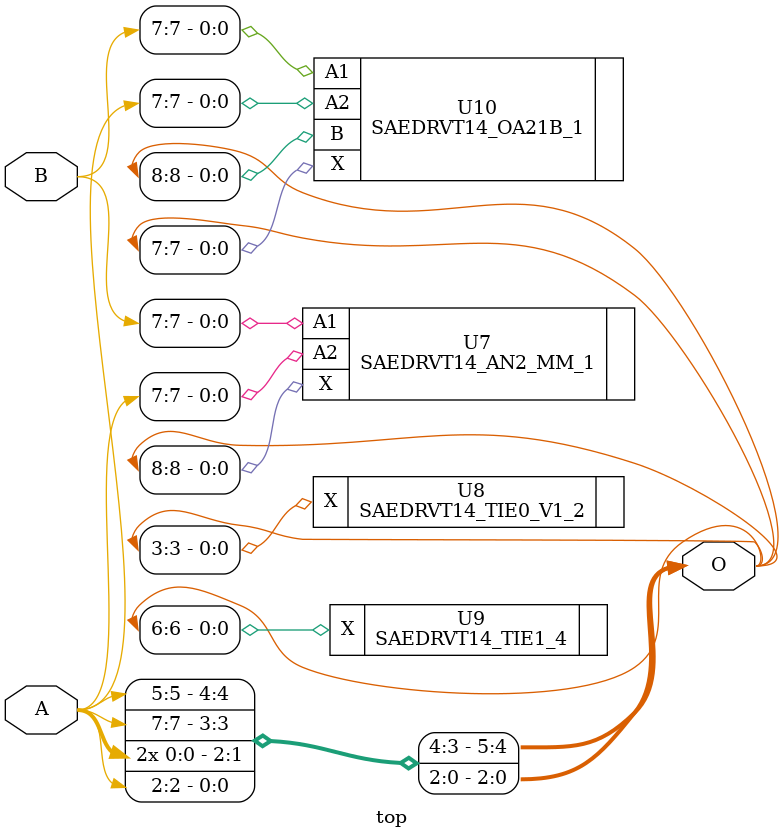
<source format=v>


module top ( A, B, O );
  input [7:0] A;
  input [7:0] B;
  output [8:0] O;

  assign O[5] = A[5];
  assign O[4] = A[7];
  assign O[1] = A[0];
  assign O[2] = A[0];
  assign O[0] = A[2];

  SAEDRVT14_AN2_MM_1 U7 ( .A1(B[7]), .A2(A[7]), .X(O[8]) );
  SAEDRVT14_TIE0_V1_2 U8 ( .X(O[3]) );
  SAEDRVT14_TIE1_4 U9 ( .X(O[6]) );
  SAEDRVT14_OA21B_1 U10 ( .A1(B[7]), .A2(A[7]), .B(O[8]), .X(O[7]) );
endmodule


</source>
